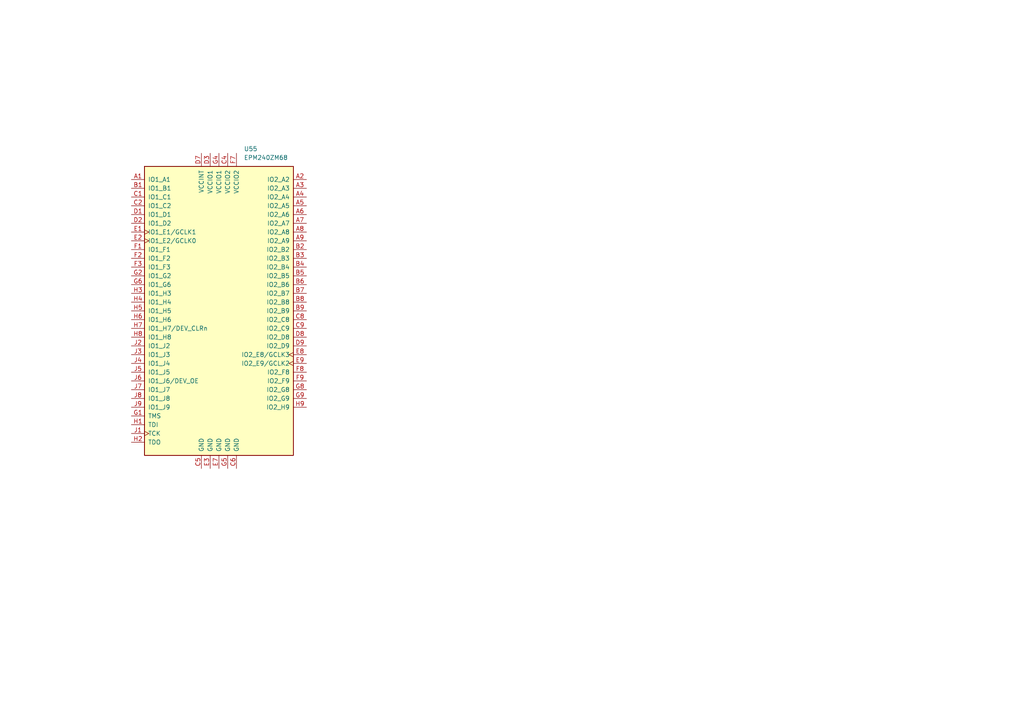
<source format=kicad_sch>
(kicad_sch (version 20250114) (generator "eeschema") (generator_version "9.0")
  (paper "A4")
  (lib_symbols
    (symbol "CPLD_Altera:EPM240ZM68" (pin_names (offset 1.016))
      (property "Reference" "U" (at 7.62 43.18 0))
      (property "Value" "EPM240ZM68" (at 7.62 -43.18 0))
      (symbol "EPM240ZM68_1_1"
        (rectangle (start -21.59 41.91) (end 21.59 -41.91) (stroke (width 0.254)) (fill (type background)))
        (pin bidirectional line (at -25.4 38.1 0) (length 3.81) (name "IO1_A1") (number "A1"))
        (pin bidirectional line (at -25.4 35.56 0) (length 3.81) (name "IO1_B1") (number "B1"))
        (pin bidirectional line (at -25.4 33.02 0) (length 3.81) (name "IO1_C1") (number "C1"))
        (pin bidirectional line (at -25.4 30.48 0) (length 3.81) (name "IO1_C2") (number "C2"))
        (pin bidirectional line (at -25.4 27.94 0) (length 3.81) (name "IO1_D1") (number "D1"))
        (pin bidirectional line (at -25.4 25.4 0) (length 3.81) (name "IO1_D2") (number "D2"))
        (pin bidirectional clock (at -25.4 22.86 0) (length 3.81) (name "IO1_E1/GCLK1") (number "E1"))
        (pin bidirectional clock (at -25.4 20.32 0) (length 3.81) (name "IO1_E2/GCLK0") (number "E2"))
        (pin bidirectional line (at -25.4 17.78 0) (length 3.81) (name "IO1_F1") (number "F1"))
        (pin bidirectional line (at -25.4 15.24 0) (length 3.81) (name "IO1_F2") (number "F2"))
        (pin bidirectional line (at -25.4 12.7 0) (length 3.81) (name "IO1_F3") (number "F3"))
        (pin bidirectional line (at -25.4 10.16 0) (length 3.81) (name "IO1_G2") (number "G2"))
        (pin bidirectional line (at -25.4 7.62 0) (length 3.81) (name "IO1_G6") (number "G6"))
        (pin bidirectional line (at -25.4 5.08 0) (length 3.81) (name "IO1_H3") (number "H3"))
        (pin bidirectional line (at -25.4 2.54 0) (length 3.81) (name "IO1_H4") (number "H4"))
        (pin bidirectional line (at -25.4 0 0) (length 3.81) (name "IO1_H5") (number "H5"))
        (pin bidirectional line (at -25.4 -2.54 0) (length 3.81) (name "IO1_H6") (number "H6"))
        (pin bidirectional line (at -25.4 -5.08 0) (length 3.81) (name "IO1_H7/DEV_CLRn") (number "H7"))
        (pin bidirectional line (at -25.4 -7.62 0) (length 3.81) (name "IO1_H8") (number "H8"))
        (pin bidirectional line (at -25.4 -10.16 0) (length 3.81) (name "IO1_J2") (number "J2"))
        (pin bidirectional line (at -25.4 -12.7 0) (length 3.81) (name "IO1_J3") (number "J3"))
        (pin bidirectional line (at -25.4 -15.24 0) (length 3.81) (name "IO1_J4") (number "J4"))
        (pin bidirectional line (at -25.4 -17.78 0) (length 3.81) (name "IO1_J5") (number "J5"))
        (pin bidirectional line (at -25.4 -20.32 0) (length 3.81) (name "IO1_J6/DEV_OE") (number "J6"))
        (pin bidirectional line (at -25.4 -22.86 0) (length 3.81) (name "IO1_J7") (number "J7"))
        (pin bidirectional line (at -25.4 -25.4 0) (length 3.81) (name "IO1_J8") (number "J8"))
        (pin bidirectional line (at -25.4 -27.94 0) (length 3.81) (name "IO1_J9") (number "J9"))
        (pin input line (at -25.4 -30.48 0) (length 3.81) (name "TMS") (number "G1"))
        (pin input line (at -25.4 -33.02 0) (length 3.81) (name "TDI") (number "H1"))
        (pin input clock (at -25.4 -35.56 0) (length 3.81) (name "TCK") (number "J1"))
        (pin output line (at -25.4 -38.1 0) (length 3.81) (name "TDO") (number "H2"))
        (pin power_in line (at -5.08 45.72 270) (length 3.81) (name "VCCINT") (number "D7"))
        (pin power_in line (at -5.08 -45.72 90) (length 3.81) (name "GND") (number "C5"))
        (pin power_in line (at -2.54 45.72 270) (length 3.81) (name "VCCIO1") (number "D3"))
        (pin power_in line (at -2.54 -45.72 90) (length 3.81) (name "GND") (number "E3"))
        (pin power_in line (at 0 45.72 270) (length 3.81) (name "VCCIO1") (number "G4"))
        (pin power_in line (at 0 -45.72 90) (length 3.81) (name "GND") (number "E7"))
        (pin power_in line (at 2.54 45.72 270) (length 3.81) (name "VCCIO2") (number "C4"))
        (pin power_in line (at 2.54 -45.72 90) (length 3.81) (name "GND") (number "G5"))
        (pin power_in line (at 5.08 45.72 270) (length 3.81) (name "VCCIO2") (number "F7"))
        (pin power_in line (at 5.08 -45.72 90) (length 3.81) (name "GND") (number "C6"))
        (pin bidirectional line (at 25.4 38.1 180) (length 3.81) (name "IO2_A2") (number "A2"))
        (pin bidirectional line (at 25.4 35.56 180) (length 3.81) (name "IO2_A3") (number "A3"))
        (pin bidirectional line (at 25.4 33.02 180) (length 3.81) (name "IO2_A4") (number "A4"))
        (pin bidirectional line (at 25.4 30.48 180) (length 3.81) (name "IO2_A5") (number "A5"))
        (pin bidirectional line (at 25.4 27.94 180) (length 3.81) (name "IO2_A6") (number "A6"))
        (pin bidirectional line (at 25.4 25.4 180) (length 3.81) (name "IO2_A7") (number "A7"))
        (pin bidirectional line (at 25.4 22.86 180) (length 3.81) (name "IO2_A8") (number "A8"))
        (pin bidirectional line (at 25.4 20.32 180) (length 3.81) (name "IO2_A9") (number "A9"))
        (pin bidirectional line (at 25.4 17.78 180) (length 3.81) (name "IO2_B2") (number "B2"))
        (pin bidirectional line (at 25.4 15.24 180) (length 3.81) (name "IO2_B3") (number "B3"))
        (pin bidirectional line (at 25.4 12.7 180) (length 3.81) (name "IO2_B4") (number "B4"))
        (pin bidirectional line (at 25.4 10.16 180) (length 3.81) (name "IO2_B5") (number "B5"))
        (pin bidirectional line (at 25.4 7.62 180) (length 3.81) (name "IO2_B6") (number "B6"))
        (pin bidirectional line (at 25.4 5.08 180) (length 3.81) (name "IO2_B7") (number "B7"))
        (pin bidirectional line (at 25.4 2.54 180) (length 3.81) (name "IO2_B8") (number "B8"))
        (pin bidirectional line (at 25.4 0 180) (length 3.81) (name "IO2_B9") (number "B9"))
        (pin bidirectional line (at 25.4 -2.54 180) (length 3.81) (name "IO2_C8") (number "C8"))
        (pin bidirectional line (at 25.4 -5.08 180) (length 3.81) (name "IO2_C9") (number "C9"))
        (pin bidirectional line (at 25.4 -7.62 180) (length 3.81) (name "IO2_D8") (number "D8"))
        (pin bidirectional line (at 25.4 -10.16 180) (length 3.81) (name "IO2_D9") (number "D9"))
        (pin bidirectional clock (at 25.4 -12.7 180) (length 3.81) (name "IO2_E8/GCLK3") (number "E8"))
        (pin bidirectional clock (at 25.4 -15.24 180) (length 3.81) (name "IO2_E9/GCLK2") (number "E9"))
        (pin bidirectional line (at 25.4 -17.78 180) (length 3.81) (name "IO2_F8") (number "F8"))
        (pin bidirectional line (at 25.4 -20.32 180) (length 3.81) (name "IO2_F9") (number "F9"))
        (pin bidirectional line (at 25.4 -22.86 180) (length 3.81) (name "IO2_G8") (number "G8"))
        (pin bidirectional line (at 25.4 -25.4 180) (length 3.81) (name "IO2_G9") (number "G9"))
        (pin bidirectional line (at 25.4 -27.94 180) (length 3.81) (name "IO2_H9") (number "H9"))
      )
    )
  )
  (symbol (lib_id "CPLD_Altera:EPM240ZM68") (at 63.5 90.17 0) (unit 1)
    (property "Reference" "U55" (at 70.7233 43.18 0) (effects (justify left)))
    (property "Value" "EPM240ZM68" (at 70.7233 45.72 0) (effects (justify left)))
    (property "Footprint" "Package_BGA:BGA-68_5.0x5.0mm_Layout9x9_P0.5mm_Ball0.3mm_Pad0.25mm_NSMD" (effects (hide yes)))
    (property "Datasheet" "https://www.altera.com/content/dam/altera-www/global/en_US/pdfs/literature/hb/max2/max2_mii5v1.pdf" (effects (hide yes)))
    (property "Description" "Altera Zero-Power MAX2 CPLD with 240 LE" (effects (hide yes)))
  )
)
</source>
